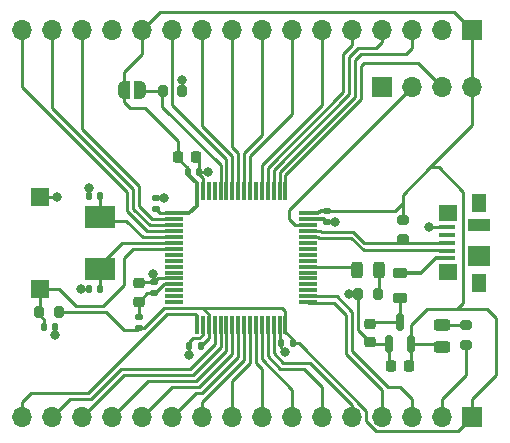
<source format=gbr>
%TF.GenerationSoftware,KiCad,Pcbnew,(6.0.9)*%
%TF.CreationDate,2022-11-25T11:21:21+01:00*%
%TF.ProjectId,stmf303re_eval_board,73746d66-3330-4337-9265-5f6576616c5f,rev?*%
%TF.SameCoordinates,Original*%
%TF.FileFunction,Copper,L1,Top*%
%TF.FilePolarity,Positive*%
%FSLAX46Y46*%
G04 Gerber Fmt 4.6, Leading zero omitted, Abs format (unit mm)*
G04 Created by KiCad (PCBNEW (6.0.9)) date 2022-11-25 11:21:21*
%MOMM*%
%LPD*%
G01*
G04 APERTURE LIST*
G04 Aperture macros list*
%AMRoundRect*
0 Rectangle with rounded corners*
0 $1 Rounding radius*
0 $2 $3 $4 $5 $6 $7 $8 $9 X,Y pos of 4 corners*
0 Add a 4 corners polygon primitive as box body*
4,1,4,$2,$3,$4,$5,$6,$7,$8,$9,$2,$3,0*
0 Add four circle primitives for the rounded corners*
1,1,$1+$1,$2,$3*
1,1,$1+$1,$4,$5*
1,1,$1+$1,$6,$7*
1,1,$1+$1,$8,$9*
0 Add four rect primitives between the rounded corners*
20,1,$1+$1,$2,$3,$4,$5,0*
20,1,$1+$1,$4,$5,$6,$7,0*
20,1,$1+$1,$6,$7,$8,$9,0*
20,1,$1+$1,$8,$9,$2,$3,0*%
%AMFreePoly0*
4,1,22,0.500000,-0.750000,0.000000,-0.750000,0.000000,-0.745033,-0.079941,-0.743568,-0.215256,-0.701293,-0.333266,-0.622738,-0.424486,-0.514219,-0.481581,-0.384460,-0.499164,-0.250000,-0.500000,-0.250000,-0.500000,0.250000,-0.499164,0.250000,-0.499963,0.256109,-0.478152,0.396186,-0.417904,0.524511,-0.324060,0.630769,-0.204165,0.706417,-0.067858,0.745374,0.000000,0.744959,0.000000,0.750000,
0.500000,0.750000,0.500000,-0.750000,0.500000,-0.750000,$1*%
%AMFreePoly1*
4,1,20,0.000000,0.744959,0.073905,0.744508,0.209726,0.703889,0.328688,0.626782,0.421226,0.519385,0.479903,0.390333,0.500000,0.250000,0.500000,-0.250000,0.499851,-0.262216,0.476331,-0.402017,0.414519,-0.529596,0.319384,-0.634700,0.198574,-0.708877,0.061801,-0.746166,0.000000,-0.745033,0.000000,-0.750000,-0.500000,-0.750000,-0.500000,0.750000,0.000000,0.750000,0.000000,0.744959,
0.000000,0.744959,$1*%
G04 Aperture macros list end*
%TA.AperFunction,SMDPad,CuDef*%
%ADD10R,2.500000X1.900000*%
%TD*%
%TA.AperFunction,ComponentPad*%
%ADD11R,1.700000X1.700000*%
%TD*%
%TA.AperFunction,ComponentPad*%
%ADD12O,1.700000X1.700000*%
%TD*%
%TA.AperFunction,SMDPad,CuDef*%
%ADD13RoundRect,0.140000X0.140000X0.170000X-0.140000X0.170000X-0.140000X-0.170000X0.140000X-0.170000X0*%
%TD*%
%TA.AperFunction,SMDPad,CuDef*%
%ADD14RoundRect,0.225000X0.250000X-0.225000X0.250000X0.225000X-0.250000X0.225000X-0.250000X-0.225000X0*%
%TD*%
%TA.AperFunction,SMDPad,CuDef*%
%ADD15RoundRect,0.225000X-0.225000X-0.250000X0.225000X-0.250000X0.225000X0.250000X-0.225000X0.250000X0*%
%TD*%
%TA.AperFunction,SMDPad,CuDef*%
%ADD16RoundRect,0.140000X-0.170000X0.140000X-0.170000X-0.140000X0.170000X-0.140000X0.170000X0.140000X0*%
%TD*%
%TA.AperFunction,SMDPad,CuDef*%
%ADD17RoundRect,0.200000X0.200000X0.275000X-0.200000X0.275000X-0.200000X-0.275000X0.200000X-0.275000X0*%
%TD*%
%TA.AperFunction,SMDPad,CuDef*%
%ADD18RoundRect,0.200000X-0.275000X0.200000X-0.275000X-0.200000X0.275000X-0.200000X0.275000X0.200000X0*%
%TD*%
%TA.AperFunction,SMDPad,CuDef*%
%ADD19RoundRect,0.140000X0.170000X-0.140000X0.170000X0.140000X-0.170000X0.140000X-0.170000X-0.140000X0*%
%TD*%
%TA.AperFunction,SMDPad,CuDef*%
%ADD20FreePoly0,180.000000*%
%TD*%
%TA.AperFunction,SMDPad,CuDef*%
%ADD21FreePoly1,180.000000*%
%TD*%
%TA.AperFunction,SMDPad,CuDef*%
%ADD22RoundRect,0.200000X-0.200000X-0.275000X0.200000X-0.275000X0.200000X0.275000X-0.200000X0.275000X0*%
%TD*%
%TA.AperFunction,SMDPad,CuDef*%
%ADD23RoundRect,0.243750X0.243750X0.456250X-0.243750X0.456250X-0.243750X-0.456250X0.243750X-0.456250X0*%
%TD*%
%TA.AperFunction,SMDPad,CuDef*%
%ADD24RoundRect,0.225000X0.225000X0.250000X-0.225000X0.250000X-0.225000X-0.250000X0.225000X-0.250000X0*%
%TD*%
%TA.AperFunction,SMDPad,CuDef*%
%ADD25RoundRect,0.140000X-0.140000X-0.170000X0.140000X-0.170000X0.140000X0.170000X-0.140000X0.170000X0*%
%TD*%
%TA.AperFunction,SMDPad,CuDef*%
%ADD26R,1.380000X0.450000*%
%TD*%
%TA.AperFunction,SMDPad,CuDef*%
%ADD27R,1.900000X1.800000*%
%TD*%
%TA.AperFunction,SMDPad,CuDef*%
%ADD28R,1.300000X1.650000*%
%TD*%
%TA.AperFunction,SMDPad,CuDef*%
%ADD29R,1.550000X1.425000*%
%TD*%
%TA.AperFunction,SMDPad,CuDef*%
%ADD30R,1.900000X1.000000*%
%TD*%
%TA.AperFunction,SMDPad,CuDef*%
%ADD31RoundRect,0.218750X-0.381250X0.218750X-0.381250X-0.218750X0.381250X-0.218750X0.381250X0.218750X0*%
%TD*%
%TA.AperFunction,SMDPad,CuDef*%
%ADD32RoundRect,0.150000X0.150000X-0.587500X0.150000X0.587500X-0.150000X0.587500X-0.150000X-0.587500X0*%
%TD*%
%TA.AperFunction,SMDPad,CuDef*%
%ADD33RoundRect,0.075000X-0.700000X-0.075000X0.700000X-0.075000X0.700000X0.075000X-0.700000X0.075000X0*%
%TD*%
%TA.AperFunction,SMDPad,CuDef*%
%ADD34RoundRect,0.075000X-0.075000X-0.700000X0.075000X-0.700000X0.075000X0.700000X-0.075000X0.700000X0*%
%TD*%
%TA.AperFunction,SMDPad,CuDef*%
%ADD35RoundRect,0.243750X-0.456250X0.243750X-0.456250X-0.243750X0.456250X-0.243750X0.456250X0.243750X0*%
%TD*%
%TA.AperFunction,SMDPad,CuDef*%
%ADD36RoundRect,0.225000X-0.250000X0.225000X-0.250000X-0.225000X0.250000X-0.225000X0.250000X0.225000X0*%
%TD*%
%TA.AperFunction,SMDPad,CuDef*%
%ADD37R,1.500000X1.500000*%
%TD*%
%TA.AperFunction,SMDPad,CuDef*%
%ADD38RoundRect,0.147500X0.172500X-0.147500X0.172500X0.147500X-0.172500X0.147500X-0.172500X-0.147500X0*%
%TD*%
%TA.AperFunction,ViaPad*%
%ADD39C,0.800000*%
%TD*%
%TA.AperFunction,Conductor*%
%ADD40C,0.250000*%
%TD*%
%TA.AperFunction,Conductor*%
%ADD41C,0.300000*%
%TD*%
G04 APERTURE END LIST*
D10*
%TO.P,Y1,1,1*%
%TO.N,Net-(C10-Pad1)*%
X139700000Y-76540000D03*
%TO.P,Y1,2,2*%
%TO.N,Net-(C11-Pad1)*%
X139700000Y-80940000D03*
%TD*%
D11*
%TO.P,J4,1,Pin_1*%
%TO.N,+3.3V*%
X171196000Y-60706000D03*
D12*
%TO.P,J4,2,Pin_2*%
%TO.N,GND*%
X168656000Y-60706000D03*
%TO.P,J4,3,Pin_3*%
%TO.N,PA15*%
X166116000Y-60706000D03*
%TO.P,J4,4,Pin_4*%
%TO.N,PC10*%
X163576000Y-60706000D03*
%TO.P,J4,5,Pin_5*%
%TO.N,PC11*%
X161036000Y-60706000D03*
%TO.P,J4,6,Pin_6*%
%TO.N,PC12*%
X158496000Y-60706000D03*
%TO.P,J4,7,Pin_7*%
%TO.N,PB3*%
X155956000Y-60706000D03*
%TO.P,J4,8,Pin_8*%
%TO.N,PB4*%
X153416000Y-60706000D03*
%TO.P,J4,9,Pin_9*%
%TO.N,PB5*%
X150876000Y-60706000D03*
%TO.P,J4,10,Pin_10*%
%TO.N,PB6*%
X148336000Y-60706000D03*
%TO.P,J4,11,Pin_11*%
%TO.N,PB7*%
X145796000Y-60706000D03*
%TO.P,J4,12,Pin_12*%
%TO.N,+3.3V*%
X143256000Y-60706000D03*
%TO.P,J4,13,Pin_13*%
%TO.N,GND*%
X140716000Y-60706000D03*
%TO.P,J4,14,Pin_14*%
%TO.N,PC13*%
X138176000Y-60706000D03*
%TO.P,J4,15,Pin_15*%
%TO.N,PC14*%
X135636000Y-60706000D03*
%TO.P,J4,16,Pin_16*%
%TO.N,PC15*%
X133096000Y-60706000D03*
%TD*%
D11*
%TO.P,J3,1,Pin_1*%
%TO.N,+3.3V*%
X171196000Y-93472000D03*
D12*
%TO.P,J3,2,Pin_2*%
%TO.N,GND*%
X168656000Y-93472000D03*
%TO.P,J3,3,Pin_3*%
%TO.N,PB13*%
X166116000Y-93472000D03*
%TO.P,J3,4,Pin_4*%
%TO.N,PB12*%
X163576000Y-93472000D03*
%TO.P,J3,5,Pin_5*%
%TO.N,PB11*%
X161036000Y-93472000D03*
%TO.P,J3,6,Pin_6*%
%TO.N,PB10*%
X158496000Y-93472000D03*
%TO.P,J3,7,Pin_7*%
%TO.N,PB2*%
X155956000Y-93472000D03*
%TO.P,J3,8,Pin_8*%
%TO.N,PB1*%
X153416000Y-93472000D03*
%TO.P,J3,9,Pin_9*%
%TO.N,PB0*%
X150876000Y-93472000D03*
%TO.P,J3,10,Pin_10*%
%TO.N,PC5*%
X148336000Y-93472000D03*
%TO.P,J3,11,Pin_11*%
%TO.N,PC4*%
X145796000Y-93472000D03*
%TO.P,J3,12,Pin_12*%
%TO.N,PA7*%
X143256000Y-93472000D03*
%TO.P,J3,13,Pin_13*%
%TO.N,PA6*%
X140716000Y-93472000D03*
%TO.P,J3,14,Pin_14*%
%TO.N,PA5*%
X138176000Y-93472000D03*
%TO.P,J3,15,Pin_15*%
%TO.N,PA4*%
X135636000Y-93472000D03*
%TO.P,J3,16,Pin_16*%
%TO.N,PA3*%
X133096000Y-93472000D03*
%TD*%
D13*
%TO.P,C10,1*%
%TO.N,Net-(C10-Pad1)*%
X139717258Y-74784204D03*
%TO.P,C10,2*%
%TO.N,GND*%
X138757258Y-74784204D03*
%TD*%
D14*
%TO.P,C5,1*%
%TO.N,+3.3VA*%
X143002000Y-83712500D03*
%TO.P,C5,2*%
%TO.N,GND*%
X143002000Y-82162500D03*
%TD*%
D15*
%TO.P,C1,1*%
%TO.N,+3.3V*%
X146291000Y-71509933D03*
%TO.P,C1,2*%
%TO.N,GND*%
X147841000Y-71509933D03*
%TD*%
D16*
%TO.P,C2,1*%
%TO.N,+3.3V*%
X158871524Y-76026704D03*
%TO.P,C2,2*%
%TO.N,GND*%
X158871524Y-76986704D03*
%TD*%
D11*
%TO.P,J1,1,Pin_1*%
%TO.N,GND*%
X163576000Y-65532000D03*
D12*
%TO.P,J1,2,Pin_2*%
%TO.N,SWDIO*%
X166116000Y-65532000D03*
%TO.P,J1,3,Pin_3*%
%TO.N,SWCLK*%
X168656000Y-65532000D03*
%TO.P,J1,4,Pin_4*%
%TO.N,+3.3V*%
X171196000Y-65532000D03*
%TD*%
D17*
%TO.P,R2,1*%
%TO.N,GND*%
X146659600Y-65887600D03*
%TO.P,R2,2*%
%TO.N,Net-(JP1-Pad1)*%
X145009600Y-65887600D03*
%TD*%
D18*
%TO.P,R5,1*%
%TO.N,Net-(D2-Pad1)*%
X170688000Y-85725000D03*
%TO.P,R5,2*%
%TO.N,GND*%
X170688000Y-87375000D03*
%TD*%
D19*
%TO.P,C6,1*%
%TO.N,+3.3V*%
X144403118Y-75897878D03*
%TO.P,C6,2*%
%TO.N,GND*%
X144403118Y-74937878D03*
%TD*%
D20*
%TO.P,JP1,1,A*%
%TO.N,Net-(JP1-Pad1)*%
X143042400Y-65836800D03*
D21*
%TO.P,JP1,2,B*%
%TO.N,+3.3V*%
X141742400Y-65836800D03*
%TD*%
D22*
%TO.P,R4,1*%
%TO.N,GND*%
X161544000Y-83058000D03*
%TO.P,R4,2*%
%TO.N,Net-(D1-Pad1)*%
X163194000Y-83058000D03*
%TD*%
D23*
%TO.P,D1,1,K*%
%TO.N,Net-(D1-Pad1)*%
X163306500Y-81026000D03*
%TO.P,D1,2,A*%
%TO.N,Net-(D1-Pad2)*%
X161431500Y-81026000D03*
%TD*%
D24*
%TO.P,C13,1*%
%TO.N,+3.3V*%
X165875000Y-89154000D03*
%TO.P,C13,2*%
%TO.N,GND*%
X164325000Y-89154000D03*
%TD*%
D13*
%TO.P,C8,1*%
%TO.N,+3.3V*%
X155998823Y-87263717D03*
%TO.P,C8,2*%
%TO.N,GND*%
X155038823Y-87263717D03*
%TD*%
D18*
%TO.P,R3,1*%
%TO.N,+3.3V*%
X165313165Y-76801822D03*
%TO.P,R3,2*%
%TO.N,USB_D+*%
X165313165Y-78451822D03*
%TD*%
D13*
%TO.P,C11,1*%
%TO.N,Net-(C11-Pad1)*%
X139699140Y-82681118D03*
%TO.P,C11,2*%
%TO.N,GND*%
X138739140Y-82681118D03*
%TD*%
%TO.P,C3,1*%
%TO.N,+3.3V*%
X148206400Y-87477600D03*
%TO.P,C3,2*%
%TO.N,GND*%
X147246400Y-87477600D03*
%TD*%
D25*
%TO.P,C4,1*%
%TO.N,NRST*%
X134902000Y-85852000D03*
%TO.P,C4,2*%
%TO.N,GND*%
X135862000Y-85852000D03*
%TD*%
D26*
%TO.P,J2,1,VBUS*%
%TO.N,+5V*%
X169082600Y-80045000D03*
%TO.P,J2,2,D-*%
%TO.N,USB_D-*%
X169082600Y-79395000D03*
%TO.P,J2,3,D+*%
%TO.N,USB_D+*%
X169082600Y-78745000D03*
%TO.P,J2,4,ID*%
%TO.N,unconnected-(J2-Pad4)*%
X169082600Y-78095000D03*
%TO.P,J2,5,GND*%
%TO.N,GND*%
X169082600Y-77445000D03*
D27*
%TO.P,J2,6,Shield*%
%TO.N,unconnected-(J2-Pad6)*%
X171742600Y-79895000D03*
D28*
X171742600Y-82120000D03*
X171742600Y-75370000D03*
D29*
X169167600Y-76257500D03*
D30*
X171742600Y-77195000D03*
D29*
X169167600Y-81232500D03*
%TD*%
D31*
%TO.P,FB1,1*%
%TO.N,+5V*%
X165100000Y-81280000D03*
%TO.P,FB1,2*%
%TO.N,Net-(C12-Pad1)*%
X165100000Y-83405000D03*
%TD*%
D25*
%TO.P,C9,1*%
%TO.N,+3.3V*%
X147141269Y-72770023D03*
%TO.P,C9,2*%
%TO.N,GND*%
X148101269Y-72770023D03*
%TD*%
D32*
%TO.P,U2,1,GND*%
%TO.N,GND*%
X164150000Y-87297500D03*
%TO.P,U2,2,VO*%
%TO.N,+3.3V*%
X166050000Y-87297500D03*
%TO.P,U2,3,VI*%
%TO.N,Net-(C12-Pad1)*%
X165100000Y-85422500D03*
%TD*%
D33*
%TO.P,U1,1,VBAT*%
%TO.N,+3.3V*%
X145963000Y-76260000D03*
%TO.P,U1,2,PC13*%
%TO.N,PC13*%
X145963000Y-76760000D03*
%TO.P,U1,3,PC14*%
%TO.N,PC14*%
X145963000Y-77260000D03*
%TO.P,U1,4,PC15*%
%TO.N,PC15*%
X145963000Y-77760000D03*
%TO.P,U1,5,PF0*%
%TO.N,Net-(C10-Pad1)*%
X145963000Y-78260000D03*
%TO.P,U1,6,PF1*%
%TO.N,Net-(C11-Pad1)*%
X145963000Y-78760000D03*
%TO.P,U1,7,NRST*%
%TO.N,NRST*%
X145963000Y-79260000D03*
%TO.P,U1,8,PC0*%
%TO.N,unconnected-(U1-Pad8)*%
X145963000Y-79760000D03*
%TO.P,U1,9,PC1*%
%TO.N,unconnected-(U1-Pad9)*%
X145963000Y-80260000D03*
%TO.P,U1,10,PC2*%
%TO.N,unconnected-(U1-Pad10)*%
X145963000Y-80760000D03*
%TO.P,U1,11,PC3*%
%TO.N,unconnected-(U1-Pad11)*%
X145963000Y-81260000D03*
%TO.P,U1,12,VSSA*%
%TO.N,GND*%
X145963000Y-81760000D03*
%TO.P,U1,13,VDDA*%
%TO.N,+3.3VA*%
X145963000Y-82260000D03*
%TO.P,U1,14,PA0*%
%TO.N,unconnected-(U1-Pad14)*%
X145963000Y-82760000D03*
%TO.P,U1,15,PA1*%
%TO.N,unconnected-(U1-Pad15)*%
X145963000Y-83260000D03*
%TO.P,U1,16,PA2*%
%TO.N,unconnected-(U1-Pad16)*%
X145963000Y-83760000D03*
D34*
%TO.P,U1,17,PA3*%
%TO.N,PA3*%
X147888000Y-85685000D03*
%TO.P,U1,18,VSS*%
%TO.N,GND*%
X148388000Y-85685000D03*
%TO.P,U1,19,VDD*%
%TO.N,+3.3V*%
X148888000Y-85685000D03*
%TO.P,U1,20,PA4*%
%TO.N,PA4*%
X149388000Y-85685000D03*
%TO.P,U1,21,PA5*%
%TO.N,PA5*%
X149888000Y-85685000D03*
%TO.P,U1,22,PA6*%
%TO.N,PA6*%
X150388000Y-85685000D03*
%TO.P,U1,23,PA7*%
%TO.N,PA7*%
X150888000Y-85685000D03*
%TO.P,U1,24,PC4*%
%TO.N,PC4*%
X151388000Y-85685000D03*
%TO.P,U1,25,PC5*%
%TO.N,PC5*%
X151888000Y-85685000D03*
%TO.P,U1,26,PB0*%
%TO.N,PB0*%
X152388000Y-85685000D03*
%TO.P,U1,27,PB1*%
%TO.N,PB1*%
X152888000Y-85685000D03*
%TO.P,U1,28,PB2*%
%TO.N,PB2*%
X153388000Y-85685000D03*
%TO.P,U1,29,PB10*%
%TO.N,PB10*%
X153888000Y-85685000D03*
%TO.P,U1,30,PB11*%
%TO.N,PB11*%
X154388000Y-85685000D03*
%TO.P,U1,31,VSS*%
%TO.N,GND*%
X154888000Y-85685000D03*
%TO.P,U1,32,VDD*%
%TO.N,+3.3V*%
X155388000Y-85685000D03*
D33*
%TO.P,U1,33,PB12*%
%TO.N,PB12*%
X157313000Y-83760000D03*
%TO.P,U1,34,PB13*%
%TO.N,PB13*%
X157313000Y-83260000D03*
%TO.P,U1,35,PB14*%
%TO.N,unconnected-(U1-Pad35)*%
X157313000Y-82760000D03*
%TO.P,U1,36,PB15*%
%TO.N,unconnected-(U1-Pad36)*%
X157313000Y-82260000D03*
%TO.P,U1,37,PC6*%
%TO.N,unconnected-(U1-Pad37)*%
X157313000Y-81760000D03*
%TO.P,U1,38,PC7*%
%TO.N,unconnected-(U1-Pad38)*%
X157313000Y-81260000D03*
%TO.P,U1,39,PC8*%
%TO.N,Net-(D1-Pad2)*%
X157313000Y-80760000D03*
%TO.P,U1,40,PC9*%
%TO.N,unconnected-(U1-Pad40)*%
X157313000Y-80260000D03*
%TO.P,U1,41,PA8*%
%TO.N,unconnected-(U1-Pad41)*%
X157313000Y-79760000D03*
%TO.P,U1,42,PA9*%
%TO.N,unconnected-(U1-Pad42)*%
X157313000Y-79260000D03*
%TO.P,U1,43,PA10*%
%TO.N,unconnected-(U1-Pad43)*%
X157313000Y-78760000D03*
%TO.P,U1,44,PA11*%
%TO.N,USB_D-*%
X157313000Y-78260000D03*
%TO.P,U1,45,PA12*%
%TO.N,USB_D+*%
X157313000Y-77760000D03*
%TO.P,U1,46,PA13*%
%TO.N,SWDIO*%
X157313000Y-77260000D03*
%TO.P,U1,47,VSS*%
%TO.N,GND*%
X157313000Y-76760000D03*
%TO.P,U1,48,VDD*%
%TO.N,+3.3V*%
X157313000Y-76260000D03*
D34*
%TO.P,U1,49,PA14*%
%TO.N,SWCLK*%
X155388000Y-74335000D03*
%TO.P,U1,50,PA15*%
%TO.N,PA15*%
X154888000Y-74335000D03*
%TO.P,U1,51,PC10*%
%TO.N,PC10*%
X154388000Y-74335000D03*
%TO.P,U1,52,PC11*%
%TO.N,PC11*%
X153888000Y-74335000D03*
%TO.P,U1,53,PC12*%
%TO.N,PC12*%
X153388000Y-74335000D03*
%TO.P,U1,54,PD2*%
%TO.N,unconnected-(U1-Pad54)*%
X152888000Y-74335000D03*
%TO.P,U1,55,PB3*%
%TO.N,PB3*%
X152388000Y-74335000D03*
%TO.P,U1,56,PB4*%
%TO.N,PB4*%
X151888000Y-74335000D03*
%TO.P,U1,57,PB5*%
%TO.N,PB5*%
X151388000Y-74335000D03*
%TO.P,U1,58,PB6*%
%TO.N,PB6*%
X150888000Y-74335000D03*
%TO.P,U1,59,PB7*%
%TO.N,PB7*%
X150388000Y-74335000D03*
%TO.P,U1,60,BOOT0*%
%TO.N,Net-(JP1-Pad1)*%
X149888000Y-74335000D03*
%TO.P,U1,61,PB8*%
%TO.N,unconnected-(U1-Pad61)*%
X149388000Y-74335000D03*
%TO.P,U1,62,PB9*%
%TO.N,unconnected-(U1-Pad62)*%
X148888000Y-74335000D03*
%TO.P,U1,63,VSS*%
%TO.N,GND*%
X148388000Y-74335000D03*
%TO.P,U1,64,VDD*%
%TO.N,+3.3V*%
X147888000Y-74335000D03*
%TD*%
D35*
%TO.P,D2,1,K*%
%TO.N,Net-(D2-Pad1)*%
X168656000Y-85676500D03*
%TO.P,D2,2,A*%
%TO.N,+3.3V*%
X168656000Y-87551500D03*
%TD*%
D19*
%TO.P,C7,1*%
%TO.N,+3.3VA*%
X144272000Y-83030000D03*
%TO.P,C7,2*%
%TO.N,GND*%
X144272000Y-82070000D03*
%TD*%
D36*
%TO.P,C12,1*%
%TO.N,Net-(C12-Pad1)*%
X162560000Y-85585000D03*
%TO.P,C12,2*%
%TO.N,GND*%
X162560000Y-87135000D03*
%TD*%
D22*
%TO.P,R1,1*%
%TO.N,NRST*%
X134557000Y-84582000D03*
%TO.P,R1,2*%
%TO.N,+3.3V*%
X136207000Y-84582000D03*
%TD*%
D37*
%TO.P,SW1,1,A*%
%TO.N,GND*%
X134620000Y-74840000D03*
%TO.P,SW1,2,B*%
%TO.N,NRST*%
X134620000Y-82640000D03*
%TD*%
D38*
%TO.P,L1,1,1*%
%TO.N,+3.3V*%
X143002000Y-85962500D03*
%TO.P,L1,2,2*%
%TO.N,+3.3VA*%
X143002000Y-84992500D03*
%TD*%
D39*
%TO.N,GND*%
X147247414Y-88199778D03*
X138051762Y-82671665D03*
X159595504Y-76988982D03*
X167571171Y-77435544D03*
X145135683Y-74931077D03*
X146659600Y-64973200D03*
X135878318Y-86565713D03*
X160737814Y-83058000D03*
X136019350Y-74840000D03*
X148800787Y-72723271D03*
X144186485Y-81350354D03*
X155325496Y-87970288D03*
X138763236Y-74058861D03*
%TD*%
D40*
%TO.N,Net-(C11-Pad1)*%
X139699140Y-82681118D02*
X139699140Y-80940860D01*
X139699140Y-80940860D02*
X139700000Y-80940000D01*
%TO.N,GND*%
X138051762Y-82671665D02*
X138729687Y-82671665D01*
X138729687Y-82671665D02*
X138739140Y-82681118D01*
%TO.N,Net-(C10-Pad1)*%
X139717258Y-74784204D02*
X139717258Y-76522742D01*
X139717258Y-76522742D02*
X139700000Y-76540000D01*
%TO.N,GND*%
X138757258Y-74784204D02*
X138757258Y-74064839D01*
X138757258Y-74064839D02*
X138763236Y-74058861D01*
%TO.N,+3.3V*%
X155998823Y-87263717D02*
X156524774Y-87263717D01*
X156524774Y-87263717D02*
X162236000Y-92974943D01*
X169996000Y-94672000D02*
X171196000Y-93472000D01*
X162236000Y-92974943D02*
X162236000Y-93829057D01*
X162236000Y-93829057D02*
X163078943Y-94672000D01*
X163078943Y-94672000D02*
X169996000Y-94672000D01*
X155388000Y-85685000D02*
X155388000Y-86300000D01*
X155998823Y-86910823D02*
X155998823Y-87263717D01*
X155388000Y-86300000D02*
X155998823Y-86910823D01*
X148888000Y-86796000D02*
X148206400Y-87477600D01*
%TO.N,GND*%
X148388000Y-86525685D02*
X148070585Y-86843100D01*
X148070585Y-86843100D02*
X147548100Y-86843100D01*
X147548100Y-86843100D02*
X147246400Y-87144800D01*
X147246400Y-87144800D02*
X147246400Y-87477600D01*
X147246400Y-87477600D02*
X147246400Y-88198764D01*
X147246400Y-88198764D02*
X147247414Y-88199778D01*
%TO.N,+3.3V*%
X148888000Y-85685000D02*
X148888000Y-86796000D01*
%TO.N,GND*%
X154888000Y-85685000D02*
X154888000Y-87112894D01*
X154888000Y-87112894D02*
X155038823Y-87263717D01*
X155038823Y-87263717D02*
X155038823Y-87683615D01*
X155038823Y-87683615D02*
X155325496Y-87970288D01*
%TO.N,+3.3V*%
X165313165Y-76801822D02*
X165313165Y-75397165D01*
X165313165Y-75397165D02*
X165313165Y-74658837D01*
X158871524Y-76026704D02*
X164683626Y-76026704D01*
X164683626Y-76026704D02*
X165313165Y-75397165D01*
X165313165Y-74658837D02*
X167611001Y-72361001D01*
D41*
%TO.N,GND*%
X157313000Y-76760000D02*
X158644820Y-76760000D01*
X158644820Y-76760000D02*
X158871524Y-76986704D01*
%TO.N,+3.3V*%
X158871524Y-76026704D02*
X158415296Y-76026704D01*
X158415296Y-76026704D02*
X158182000Y-76260000D01*
X158182000Y-76260000D02*
X157313000Y-76260000D01*
%TO.N,GND*%
X159595504Y-76988982D02*
X158873802Y-76988982D01*
X158873802Y-76988982D02*
X158871524Y-76986704D01*
D40*
X145135683Y-74931077D02*
X144409919Y-74931077D01*
X144409919Y-74931077D02*
X144403118Y-74937878D01*
%TO.N,+3.3V*%
X145963000Y-76260000D02*
X144765240Y-76260000D01*
X144765240Y-76260000D02*
X144403118Y-75897878D01*
X170434000Y-83820000D02*
X170434000Y-74422000D01*
X143399500Y-85962500D02*
X145102500Y-84259500D01*
X143002000Y-85962500D02*
X143399500Y-85962500D01*
X145102500Y-84259500D02*
X146982100Y-84259500D01*
X155125500Y-84259500D02*
X155388000Y-84522000D01*
X166050000Y-85664000D02*
X167386000Y-84328000D01*
X142240000Y-67310000D02*
X141742400Y-66812400D01*
D41*
X147141269Y-72973269D02*
X147888000Y-73720000D01*
D40*
X166050000Y-88979000D02*
X165875000Y-89154000D01*
D41*
X145963000Y-76260000D02*
X147260000Y-76260000D01*
D40*
X169672000Y-59182000D02*
X144780000Y-59182000D01*
X166050000Y-87297500D02*
X166050000Y-88979000D01*
X146291000Y-71628000D02*
X146291000Y-70091000D01*
X173228000Y-85090000D02*
X173228000Y-89916000D01*
X147094000Y-72898000D02*
X147094000Y-72431000D01*
X146291000Y-70091000D02*
X143510000Y-67310000D01*
X141742400Y-66812400D02*
X141742400Y-65836800D01*
X171196000Y-68776002D02*
X167611001Y-72361001D01*
X166050000Y-87297500D02*
X166050000Y-85664000D01*
X147591700Y-84259500D02*
X148338541Y-84259500D01*
X167386000Y-84328000D02*
X170434000Y-84328000D01*
X170434000Y-84328000D02*
X171196000Y-84328000D01*
X148888000Y-84808959D02*
X148888000Y-85685000D01*
X169926000Y-84328000D02*
X170434000Y-83820000D01*
X171196000Y-65532000D02*
X171196000Y-60706000D01*
X168402000Y-87297500D02*
X168656000Y-87551500D01*
X144780000Y-59182000D02*
X143256000Y-60706000D01*
X140208000Y-84582000D02*
X141732000Y-86106000D01*
X141742400Y-64302400D02*
X141742400Y-65836800D01*
X166050000Y-87297500D02*
X168402000Y-87297500D01*
X173228000Y-89916000D02*
X171196000Y-91948000D01*
X136207000Y-84582000D02*
X140208000Y-84582000D01*
X171196000Y-65532000D02*
X171196000Y-68776002D01*
X143256000Y-62788800D02*
X141742400Y-64302400D01*
X171196000Y-60706000D02*
X169672000Y-59182000D01*
X168373001Y-72361001D02*
X167611001Y-72361001D01*
X147094000Y-72431000D02*
X146291000Y-71628000D01*
X141732000Y-86106000D02*
X142858500Y-86106000D01*
X172466000Y-84328000D02*
X173228000Y-85090000D01*
X171196000Y-84328000D02*
X172466000Y-84328000D01*
X155388000Y-84522000D02*
X155388000Y-85685000D01*
X143510000Y-67310000D02*
X142240000Y-67310000D01*
X143256000Y-60706000D02*
X143256000Y-62788800D01*
X146982100Y-84259500D02*
X147591700Y-84259500D01*
X171196000Y-91948000D02*
X171196000Y-93472000D01*
X142858500Y-86106000D02*
X143002000Y-85962500D01*
X170434000Y-74422000D02*
X168373001Y-72361001D01*
D41*
X147141269Y-72770023D02*
X147141269Y-72973269D01*
D40*
X148338541Y-84259500D02*
X148888000Y-84808959D01*
D41*
X147888000Y-75632000D02*
X147888000Y-74335000D01*
D40*
X148338541Y-84259500D02*
X155125500Y-84259500D01*
D41*
X147260000Y-76260000D02*
X147888000Y-75632000D01*
D40*
X147094000Y-72940965D02*
X147094000Y-72898000D01*
D41*
X147888000Y-73720000D02*
X147888000Y-74335000D01*
D40*
%TO.N,GND*%
X164150000Y-87297500D02*
X162722500Y-87297500D01*
X135878318Y-86565713D02*
X135878318Y-85868318D01*
X161544000Y-83058000D02*
X161544000Y-86119000D01*
X135878318Y-85868318D02*
X135862000Y-85852000D01*
X144272000Y-82070000D02*
X143094500Y-82070000D01*
X170688000Y-89916000D02*
X170688000Y-87375000D01*
X164150000Y-87297500D02*
X164150000Y-88979000D01*
X146659600Y-64973200D02*
X146659600Y-65887600D01*
X148054000Y-72898000D02*
X148054000Y-72890391D01*
X145963000Y-81760000D02*
X144582000Y-81760000D01*
X136019350Y-74840000D02*
X134620000Y-74840000D01*
X168656000Y-91948000D02*
X170688000Y-89916000D01*
X161544000Y-86119000D02*
X162560000Y-87135000D01*
X148388000Y-85685000D02*
X148388000Y-86525685D01*
X148388000Y-74335000D02*
X148388000Y-73232000D01*
X148054000Y-72898000D02*
X148054000Y-71841000D01*
X144582000Y-81760000D02*
X144272000Y-82070000D01*
X167571171Y-77435544D02*
X167580627Y-77445000D01*
X168656000Y-93472000D02*
X168656000Y-91948000D01*
X164150000Y-88979000D02*
X164325000Y-89154000D01*
X144272000Y-82070000D02*
X144272000Y-81435869D01*
X143094500Y-82070000D02*
X143002000Y-82162500D01*
X161544000Y-83058000D02*
X160737814Y-83058000D01*
X148054000Y-71841000D02*
X147841000Y-71628000D01*
X148228729Y-72723271D02*
X148054000Y-72898000D01*
X167580627Y-77445000D02*
X169082600Y-77445000D01*
X148800787Y-72723271D02*
X148228729Y-72723271D01*
X144272000Y-81435869D02*
X144186485Y-81350354D01*
X162722500Y-87297500D02*
X162560000Y-87135000D01*
X148388000Y-73232000D02*
X148054000Y-72898000D01*
%TO.N,NRST*%
X134557000Y-84836000D02*
X134620000Y-84773000D01*
X134620000Y-84773000D02*
X134620000Y-82640000D01*
X141732000Y-80010000D02*
X141732000Y-82296000D01*
X137668000Y-84074000D02*
X136234000Y-82640000D01*
X145963000Y-79260000D02*
X142482000Y-79260000D01*
X134902000Y-85181000D02*
X134557000Y-84836000D01*
X142482000Y-79260000D02*
X141732000Y-80010000D01*
X134902000Y-85852000D02*
X134902000Y-85181000D01*
X136234000Y-82640000D02*
X134620000Y-82640000D01*
X139954000Y-84074000D02*
X137668000Y-84074000D01*
X141732000Y-82296000D02*
X139954000Y-84074000D01*
%TO.N,+3.3VA*%
X145963000Y-82260000D02*
X145084965Y-82260000D01*
X145084965Y-82260000D02*
X144314965Y-83030000D01*
X144272000Y-83030000D02*
X143684500Y-83030000D01*
X144314965Y-83030000D02*
X144272000Y-83030000D01*
X143002000Y-84992500D02*
X143002000Y-83712500D01*
X143684500Y-83030000D02*
X143002000Y-83712500D01*
%TO.N,Net-(C10-Pad1)*%
X143284000Y-78260000D02*
X141914000Y-76890000D01*
X139672000Y-76862000D02*
X139700000Y-76890000D01*
X141914000Y-76890000D02*
X139700000Y-76890000D01*
X145963000Y-78260000D02*
X143284000Y-78260000D01*
%TO.N,Net-(C11-Pad1)*%
X141530000Y-78760000D02*
X139700000Y-80590000D01*
X139644000Y-80646000D02*
X139700000Y-80590000D01*
X145963000Y-78760000D02*
X141530000Y-78760000D01*
%TO.N,Net-(C12-Pad1)*%
X165100000Y-83405000D02*
X165100000Y-85422500D01*
X162722500Y-85422500D02*
X162560000Y-85585000D01*
X165100000Y-85422500D02*
X162722500Y-85422500D01*
%TO.N,Net-(D1-Pad1)*%
X163306500Y-82945500D02*
X163194000Y-83058000D01*
X163306500Y-81026000D02*
X163306500Y-82945500D01*
%TO.N,Net-(D1-Pad2)*%
X161165500Y-80760000D02*
X161431500Y-81026000D01*
X157313000Y-80760000D02*
X161165500Y-80760000D01*
%TO.N,Net-(D2-Pad1)*%
X170639500Y-85676500D02*
X170688000Y-85725000D01*
X168656000Y-85676500D02*
X170639500Y-85676500D01*
D41*
%TO.N,+5V*%
X166878000Y-81280000D02*
X165100000Y-81280000D01*
X169082600Y-80045000D02*
X168113000Y-80045000D01*
X168113000Y-80045000D02*
X166878000Y-81280000D01*
D40*
%TO.N,SWDIO*%
X157313000Y-77260000D02*
X156152400Y-77260000D01*
X155651200Y-76758800D02*
X155651200Y-75996800D01*
X156152400Y-77260000D02*
X155651200Y-76758800D01*
X155651200Y-75996800D02*
X166116000Y-65532000D01*
%TO.N,SWCLK*%
X162052000Y-63500000D02*
X166624000Y-63500000D01*
X155388000Y-72989606D02*
X161789501Y-66588105D01*
X161789501Y-63762499D02*
X162052000Y-63500000D01*
X155388000Y-74335000D02*
X155388000Y-72989606D01*
X166624000Y-63500000D02*
X168656000Y-65532000D01*
X161789501Y-66588105D02*
X161789501Y-63762499D01*
%TO.N,USB_D-*%
X158217240Y-78309004D02*
X160914600Y-78309002D01*
X161995598Y-79390000D02*
X169077600Y-79390000D01*
X169077600Y-79390000D02*
X169082600Y-79395000D01*
X160914600Y-78309002D02*
X161995598Y-79390000D01*
X158168236Y-78260000D02*
X158217240Y-78309004D01*
X157313000Y-78260000D02*
X158168236Y-78260000D01*
%TO.N,USB_D+*%
X161121501Y-77809501D02*
X162052000Y-78740000D01*
X157313000Y-77760000D02*
X158374633Y-77760000D01*
X158424135Y-77809501D02*
X161121501Y-77809501D01*
X169077600Y-78740000D02*
X169082600Y-78745000D01*
X162052000Y-78740000D02*
X169077600Y-78740000D01*
X158374633Y-77760000D02*
X158424135Y-77809501D01*
%TO.N,PA4*%
X137160000Y-91948000D02*
X135636000Y-93472000D01*
X138882402Y-91948000D02*
X137160000Y-91948000D01*
X149388000Y-85685000D02*
X149388000Y-87340000D01*
X149388000Y-87340000D02*
X147320000Y-89408000D01*
X141422402Y-89408000D02*
X138882402Y-91948000D01*
X147320000Y-89408000D02*
X141422402Y-89408000D01*
%TO.N,PA15*%
X161798000Y-62738000D02*
X165608000Y-62738000D01*
X165608000Y-62738000D02*
X166116000Y-62230000D01*
X161290000Y-66381205D02*
X161290000Y-63246000D01*
X161290000Y-63246000D02*
X161798000Y-62738000D01*
X154888000Y-74335000D02*
X154888000Y-72783205D01*
X166116000Y-62230000D02*
X166116000Y-60706000D01*
X154888000Y-72783205D02*
X161290000Y-66381205D01*
%TO.N,PC15*%
X141986000Y-76047769D02*
X141986000Y-74422000D01*
X141986000Y-74422000D02*
X133096000Y-65532000D01*
X143698231Y-77760000D02*
X141986000Y-76047769D01*
X133096000Y-65532000D02*
X133096000Y-60706000D01*
X145963000Y-77760000D02*
X143698231Y-77760000D01*
%TO.N,PC14*%
X135636000Y-67310000D02*
X135636000Y-60706000D01*
X142494000Y-74168000D02*
X135636000Y-67310000D01*
X145963000Y-77260000D02*
X143904633Y-77260000D01*
X142494000Y-75849367D02*
X142494000Y-74168000D01*
X143904633Y-77260000D02*
X142494000Y-75849367D01*
%TO.N,PC13*%
X144111035Y-76760000D02*
X143002000Y-75650965D01*
X143002000Y-73914000D02*
X138176000Y-69088000D01*
X145963000Y-76760000D02*
X144111035Y-76760000D01*
X143002000Y-75650965D02*
X143002000Y-73914000D01*
X138176000Y-69088000D02*
X138176000Y-60706000D01*
%TO.N,PC12*%
X153388000Y-72164000D02*
X158496000Y-67056000D01*
X158496000Y-67056000D02*
X158496000Y-60706000D01*
X153388000Y-74335000D02*
X153388000Y-72164000D01*
%TO.N,PC11*%
X160274000Y-62738000D02*
X161036000Y-61976000D01*
X161036000Y-61976000D02*
X161036000Y-60706000D01*
X153888000Y-72370402D02*
X160274000Y-65984402D01*
X160274000Y-65984402D02*
X160274000Y-62738000D01*
X153888000Y-74335000D02*
X153888000Y-72370402D01*
%TO.N,PC10*%
X160782000Y-66182804D02*
X160782000Y-62992000D01*
X154388000Y-74335000D02*
X154388000Y-72576804D01*
X163068000Y-62230000D02*
X163576000Y-61722000D01*
X161544000Y-62230000D02*
X163068000Y-62230000D01*
X160782000Y-62992000D02*
X161544000Y-62230000D01*
X154388000Y-72576804D02*
X160782000Y-66182804D01*
X163576000Y-61722000D02*
X163576000Y-60706000D01*
%TO.N,PC4*%
X151384000Y-88392000D02*
X148336000Y-91440000D01*
X151387501Y-88078901D02*
X151384000Y-88082401D01*
X151387501Y-85685499D02*
X151387501Y-88078901D01*
X151388000Y-85685000D02*
X151387501Y-85685499D01*
X147828000Y-91440000D02*
X145796000Y-93472000D01*
X151384000Y-88082401D02*
X151384000Y-88392000D01*
X148336000Y-91440000D02*
X147828000Y-91440000D01*
%TO.N,PC5*%
X148336000Y-92202000D02*
X148336000Y-93472000D01*
X151888000Y-88650000D02*
X148336000Y-92202000D01*
X151888000Y-85685000D02*
X151888000Y-88650000D01*
%TO.N,PB0*%
X152388000Y-88912000D02*
X150876000Y-90424000D01*
X152388000Y-85685000D02*
X152388000Y-88912000D01*
X150876000Y-90424000D02*
X150876000Y-93472000D01*
%TO.N,PB1*%
X152888000Y-85685000D02*
X152888000Y-88880000D01*
X152888000Y-88880000D02*
X153416000Y-89408000D01*
X153416000Y-89408000D02*
X153416000Y-93472000D01*
%TO.N,PB2*%
X153388000Y-88618000D02*
X155956000Y-91186000D01*
X153388000Y-85685000D02*
X153388000Y-88618000D01*
X155956000Y-91186000D02*
X155956000Y-93472000D01*
%TO.N,PB3*%
X155956000Y-67818000D02*
X155956000Y-60706000D01*
X152388000Y-71386000D02*
X155956000Y-67818000D01*
X152388000Y-74335000D02*
X152388000Y-71386000D01*
%TO.N,PB4*%
X153416000Y-69596000D02*
X153416000Y-60706000D01*
X151888000Y-71124000D02*
X153416000Y-69596000D01*
X151888000Y-74335000D02*
X151888000Y-71124000D01*
%TO.N,PB6*%
X150888000Y-74335000D02*
X150888000Y-71386000D01*
X150888000Y-71386000D02*
X148336000Y-68834000D01*
X148336000Y-68834000D02*
X148336000Y-60706000D01*
%TO.N,PB7*%
X150388000Y-71648000D02*
X145796000Y-67056000D01*
X150388000Y-74335000D02*
X150388000Y-71648000D01*
X145796000Y-67056000D02*
X145796000Y-60706000D01*
%TO.N,Net-(JP1-Pad1)*%
X145009600Y-65887600D02*
X143093200Y-65887600D01*
X143093200Y-65887600D02*
X143042400Y-65836800D01*
X144971000Y-67247000D02*
X144971000Y-65926200D01*
X144971000Y-65926200D02*
X145009600Y-65887600D01*
X149888000Y-72164000D02*
X144971000Y-67247000D01*
X149888000Y-74335000D02*
X149888000Y-72164000D01*
%TO.N,PB13*%
X161036000Y-84582000D02*
X161036000Y-87884000D01*
X157313000Y-83260000D02*
X159714000Y-83260000D01*
X165100000Y-90932000D02*
X166116000Y-91948000D01*
X166116000Y-91948000D02*
X166116000Y-93472000D01*
X164084000Y-90932000D02*
X165100000Y-90932000D01*
X159714000Y-83260000D02*
X161036000Y-84582000D01*
X161036000Y-87884000D02*
X164084000Y-90932000D01*
%TO.N,PB12*%
X157313000Y-83760000D02*
X157373000Y-83820000D01*
X163576000Y-91186000D02*
X163576000Y-93472000D01*
X159512000Y-83820000D02*
X160528000Y-84836000D01*
X160528000Y-88138000D02*
X163576000Y-91186000D01*
X157373000Y-83820000D02*
X159512000Y-83820000D01*
X160528000Y-84836000D02*
X160528000Y-88138000D01*
%TO.N,PB11*%
X157454655Y-88900000D02*
X161036000Y-92481345D01*
X155194000Y-88900000D02*
X157454655Y-88900000D01*
X154388000Y-85685000D02*
X154388000Y-88094000D01*
X161036000Y-92481345D02*
X161036000Y-93472000D01*
X154388000Y-88094000D02*
X155194000Y-88900000D01*
%TO.N,PB10*%
X153888000Y-85685000D02*
X153888000Y-88356000D01*
X158496000Y-90932000D02*
X158496000Y-93472000D01*
X153888000Y-88356000D02*
X154940000Y-89408000D01*
X156972000Y-89408000D02*
X158496000Y-90932000D01*
X154940000Y-89408000D02*
X156972000Y-89408000D01*
%TO.N,PA7*%
X145796000Y-90932000D02*
X143256000Y-93472000D01*
X150888000Y-85685000D02*
X150888000Y-88014809D01*
X148082000Y-90932000D02*
X145796000Y-90932000D01*
X150888000Y-88014809D02*
X150876000Y-88026809D01*
X150876000Y-88026809D02*
X150876000Y-88138000D01*
X150876000Y-88138000D02*
X148082000Y-90932000D01*
%TO.N,PA6*%
X150387501Y-87808901D02*
X150368000Y-87828401D01*
X150387501Y-85685499D02*
X150387501Y-87808901D01*
X147828000Y-90424000D02*
X143764000Y-90424000D01*
X150388000Y-85685000D02*
X150387501Y-85685499D01*
X143764000Y-90424000D02*
X140716000Y-93472000D01*
X150368000Y-87884000D02*
X147828000Y-90424000D01*
X150368000Y-87828401D02*
X150368000Y-87884000D01*
%TO.N,PA5*%
X149888000Y-87602000D02*
X147574000Y-89916000D01*
X149888000Y-85685000D02*
X149888000Y-87602000D01*
X141732000Y-89916000D02*
X138176000Y-93472000D01*
X147574000Y-89916000D02*
X141732000Y-89916000D01*
%TO.N,PA3*%
X147888000Y-84896000D02*
X147751001Y-84759001D01*
X145364999Y-84759001D02*
X138684000Y-91440000D01*
X138684000Y-91440000D02*
X133858000Y-91440000D01*
X133858000Y-91440000D02*
X133096000Y-92202000D01*
X133096000Y-92202000D02*
X133096000Y-93472000D01*
X147751001Y-84759001D02*
X145364999Y-84759001D01*
X147888000Y-85685000D02*
X147888000Y-84896000D01*
%TO.N,PB5*%
X151388000Y-71179599D02*
X151388000Y-74335000D01*
X151388000Y-71179599D02*
X151102200Y-70893800D01*
X151102200Y-70893800D02*
X150876000Y-70667599D01*
X150876000Y-60706000D02*
X150876000Y-70667600D01*
X150876000Y-70667600D02*
X151102200Y-70893800D01*
%TD*%
M02*

</source>
